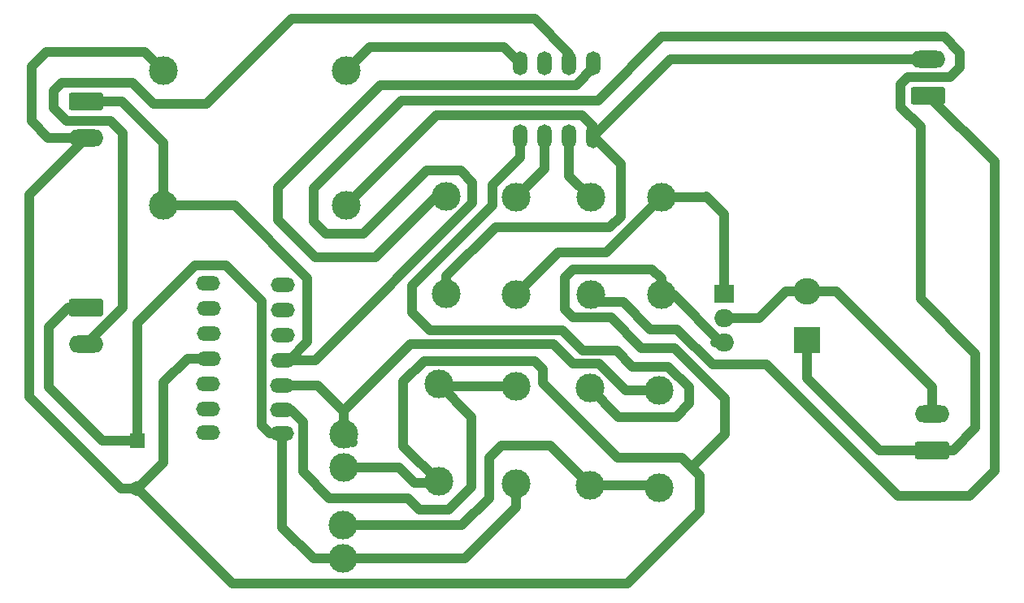
<source format=gbr>
%TF.GenerationSoftware,KiCad,Pcbnew,8.0.5*%
%TF.CreationDate,2024-10-02T16:45:59-03:00*%
%TF.ProjectId,PCB_CM,5043425f-434d-42e6-9b69-6361645f7063,rev?*%
%TF.SameCoordinates,PX3c8eee0PY7a8c120*%
%TF.FileFunction,Copper,L2,Bot*%
%TF.FilePolarity,Positive*%
%FSLAX46Y46*%
G04 Gerber Fmt 4.6, Leading zero omitted, Abs format (unit mm)*
G04 Created by KiCad (PCBNEW 8.0.5) date 2024-10-02 16:45:59*
%MOMM*%
%LPD*%
G01*
G04 APERTURE LIST*
G04 Aperture macros list*
%AMRoundRect*
0 Rectangle with rounded corners*
0 $1 Rounding radius*
0 $2 $3 $4 $5 $6 $7 $8 $9 X,Y pos of 4 corners*
0 Add a 4 corners polygon primitive as box body*
4,1,4,$2,$3,$4,$5,$6,$7,$8,$9,$2,$3,0*
0 Add four circle primitives for the rounded corners*
1,1,$1+$1,$2,$3*
1,1,$1+$1,$4,$5*
1,1,$1+$1,$6,$7*
1,1,$1+$1,$8,$9*
0 Add four rect primitives between the rounded corners*
20,1,$1+$1,$2,$3,$4,$5,0*
20,1,$1+$1,$4,$5,$6,$7,0*
20,1,$1+$1,$6,$7,$8,$9,0*
20,1,$1+$1,$8,$9,$2,$3,0*%
G04 Aperture macros list end*
%TA.AperFunction,ComponentPad*%
%ADD10C,3.000000*%
%TD*%
%TA.AperFunction,ComponentPad*%
%ADD11O,3.600000X1.800000*%
%TD*%
%TA.AperFunction,ComponentPad*%
%ADD12RoundRect,0.250000X1.550000X-0.650000X1.550000X0.650000X-1.550000X0.650000X-1.550000X-0.650000X0*%
%TD*%
%TA.AperFunction,ComponentPad*%
%ADD13R,1.600000X1.600000*%
%TD*%
%TA.AperFunction,ComponentPad*%
%ADD14C,1.600000*%
%TD*%
%TA.AperFunction,ComponentPad*%
%ADD15O,2.500000X1.500000*%
%TD*%
%TA.AperFunction,ComponentPad*%
%ADD16O,1.500000X2.500000*%
%TD*%
%TA.AperFunction,ComponentPad*%
%ADD17R,2.800000X2.800000*%
%TD*%
%TA.AperFunction,ComponentPad*%
%ADD18O,2.800000X2.800000*%
%TD*%
%TA.AperFunction,ComponentPad*%
%ADD19RoundRect,0.250000X-1.550000X0.650000X-1.550000X-0.650000X1.550000X-0.650000X1.550000X0.650000X0*%
%TD*%
%TA.AperFunction,ComponentPad*%
%ADD20R,2.000000X1.905000*%
%TD*%
%TA.AperFunction,ComponentPad*%
%ADD21O,2.000000X1.905000*%
%TD*%
%TA.AperFunction,Conductor*%
%ADD22C,1.000000*%
%TD*%
G04 APERTURE END LIST*
D10*
%TO.P,H1,1,1*%
%TO.N,GND*%
X16500000Y55000000D03*
%TD*%
%TO.P,R4,2*%
%TO.N,Net-(J3-Pin_2)*%
X45960000Y31750000D03*
%TO.P,R4,1*%
%TO.N,Net-(U2-~{RESET}{slash}PB5)*%
X45960000Y41910000D03*
%TD*%
%TO.P,R1,2*%
%TO.N,Net-(J2-Pin_1)*%
X53260000Y11970000D03*
%TO.P,R1,1*%
%TO.N,Net-(U1A--)*%
X53260000Y22130000D03*
%TD*%
D11*
%TO.P,J4,2,Pin_2*%
%TO.N,Net-(D1-A)*%
X96557500Y19230000D03*
D12*
%TO.P,J4,1,Pin_1*%
%TO.N,Net-(D1-K)*%
X96557500Y15420000D03*
%TD*%
D10*
%TO.P,R7,1*%
%TO.N,Net-(J3-Pin_1)*%
X61000000Y31670000D03*
%TO.P,R7,2*%
%TO.N,Net-(U2-PB2)*%
X61000000Y41830000D03*
%TD*%
D13*
%TO.P,C1,1*%
%TO.N,Net-(J2-Pin_1)*%
X13750000Y16402651D03*
D14*
%TO.P,C1,2*%
%TO.N,GND*%
X13750000Y11402651D03*
%TD*%
D15*
%TO.P,U1,1*%
%TO.N,Net-(J2-Pin_1)*%
X28850000Y17157500D03*
%TO.P,U1,2,-*%
%TO.N,Net-(U1A--)*%
X28860000Y19627500D03*
%TO.P,U1,3,+*%
%TO.N,Net-(U1A-+)*%
X28880000Y22197500D03*
%TO.P,U1,4,V+*%
%TO.N,Net-(D1-K)*%
X28920000Y24847500D03*
%TO.P,U1,5*%
%TO.N,N/C*%
X28920000Y27477500D03*
%TO.P,U1,6*%
X28920000Y30107500D03*
%TO.P,U1,7*%
X28890000Y32697500D03*
%TO.P,U1,8*%
X21160000Y32847500D03*
%TO.P,U1,9*%
X21190000Y30257500D03*
%TO.P,U1,10*%
X21190000Y27627500D03*
%TO.P,U1,11,V-*%
%TO.N,GND*%
X21190000Y24997500D03*
%TO.P,U1,12*%
%TO.N,N/C*%
X21150000Y22347500D03*
%TO.P,U1,13*%
X21130000Y19777500D03*
%TO.P,U1,14*%
X21120000Y17307500D03*
%TD*%
D12*
%TO.P,J3,1,Pin_1*%
%TO.N,Net-(J3-Pin_1)*%
X96187500Y52420000D03*
D11*
%TO.P,J3,2,Pin_2*%
%TO.N,Net-(J3-Pin_2)*%
X96187500Y56230000D03*
%TD*%
D10*
%TO.P,H3,1,1*%
%TO.N,Net-(U2-GND)*%
X35500000Y55000000D03*
%TD*%
%TO.P,H4,1,1*%
%TO.N,Net-(J3-Pin_2)*%
X35500000Y41000000D03*
%TD*%
%TO.P,H2,1,1*%
%TO.N,Net-(D1-K)*%
X16500000Y41000000D03*
%TD*%
D16*
%TO.P,U2,1,~{RESET}/PB5*%
%TO.N,Net-(U2-~{RESET}{slash}PB5)*%
X61300000Y55800000D03*
%TO.P,U2,2,XTAL1/PB3*%
%TO.N,Net-(J2-Pin_2)*%
X58760000Y55800000D03*
%TO.P,U2,3,XTAL2/PB4*%
%TO.N,unconnected-(U2-XTAL2{slash}PB4-Pad3)*%
X56220000Y55800000D03*
%TO.P,U2,4,GND*%
%TO.N,Net-(U2-GND)*%
X53680000Y55800000D03*
%TO.P,U2,5,AREF/PB0*%
%TO.N,Net-(U2-AREF{slash}PB0)*%
X53680000Y48180000D03*
%TO.P,U2,6,PB1*%
%TO.N,Net-(U2-PB1)*%
X56220000Y48180000D03*
%TO.P,U2,7,PB2*%
%TO.N,Net-(U2-PB2)*%
X58760000Y48180000D03*
%TO.P,U2,8,VCC*%
%TO.N,Net-(J3-Pin_2)*%
X61300000Y48180000D03*
%TD*%
D17*
%TO.P,D1,1,K*%
%TO.N,Net-(D1-K)*%
X83560000Y26899949D03*
D18*
%TO.P,D1,2,A*%
%TO.N,Net-(D1-A)*%
X83560000Y31979949D03*
%TD*%
D19*
%TO.P,J1,1,Pin_1*%
%TO.N,Net-(D1-K)*%
X8432500Y51850000D03*
D11*
%TO.P,J1,2,Pin_2*%
%TO.N,GND*%
X8432500Y48040000D03*
%TD*%
D10*
%TO.P,R5,2*%
%TO.N,Net-(C3-Pad2)*%
X60950000Y11750000D03*
%TO.P,R5,1*%
%TO.N,Net-(U2-AREF{slash}PB0)*%
X60950000Y21910000D03*
%TD*%
%TO.P,R8,1*%
%TO.N,Net-(Q1-G)*%
X68360000Y41820000D03*
%TO.P,R8,2*%
%TO.N,GND*%
X68360000Y31660000D03*
%TD*%
%TO.P,R6,1*%
%TO.N,Net-(U2-PB1)*%
X53250000Y41830000D03*
%TO.P,R6,2*%
%TO.N,Net-(Q1-G)*%
X53250000Y31670000D03*
%TD*%
%TO.P,C3,1*%
%TO.N,Net-(J2-Pin_1)*%
X35230000Y4150000D03*
%TO.P,C3,2*%
%TO.N,Net-(C3-Pad2)*%
X35230000Y7590000D03*
%TD*%
%TO.P,R2,2*%
%TO.N,Net-(U1A--)*%
X45150000Y22340000D03*
%TO.P,R2,1*%
%TO.N,GND*%
X45150000Y12180000D03*
%TD*%
D20*
%TO.P,Q1,1,G*%
%TO.N,Net-(Q1-G)*%
X74874949Y31790000D03*
D21*
%TO.P,Q1,2,D*%
%TO.N,Net-(D1-A)*%
X74874949Y29250000D03*
%TO.P,Q1,3,S*%
%TO.N,GND*%
X74874949Y26710000D03*
%TD*%
D10*
%TO.P,R3,2*%
%TO.N,Net-(U1A-+)*%
X68090000Y21650000D03*
%TO.P,R3,1*%
%TO.N,Net-(C3-Pad2)*%
X68090000Y11490000D03*
%TD*%
D19*
%TO.P,J2,1,Pin_1*%
%TO.N,Net-(J2-Pin_1)*%
X8432500Y30350000D03*
D11*
%TO.P,J2,2,Pin_2*%
%TO.N,Net-(J2-Pin_2)*%
X8432500Y26540000D03*
%TD*%
D10*
%TO.P,C2,1*%
%TO.N,Net-(U1A-+)*%
X35300000Y17105000D03*
%TO.P,C2,2*%
%TO.N,GND*%
X35300000Y13665000D03*
%TD*%
D22*
%TO.N,Net-(Q1-G)*%
X72960000Y41820000D02*
X73040000Y41900000D01*
X68360000Y41820000D02*
X72960000Y41820000D01*
X62590000Y36050000D02*
X68360000Y41820000D01*
X57630000Y36050000D02*
X62590000Y36050000D01*
X74874949Y40065051D02*
X74874949Y31790000D01*
X73040000Y41900000D02*
X74874949Y40065051D01*
X53250000Y31670000D02*
X57630000Y36050000D01*
%TO.N,GND*%
X74570000Y26710000D02*
X74874949Y26710000D01*
X69620000Y31660000D02*
X74570000Y26710000D01*
X68360000Y31660000D02*
X69620000Y31660000D01*
X73940000Y26710000D02*
X74874949Y26710000D01*
X68360000Y33370000D02*
X68360000Y31660000D01*
X59160000Y34340000D02*
X67390000Y34340000D01*
X67390000Y34340000D02*
X68360000Y33370000D01*
X63090000Y29270000D02*
X59180000Y29270000D01*
X59180000Y29270000D02*
X58290000Y30160000D01*
X69740000Y26110000D02*
X66250000Y26110000D01*
X58290000Y33470000D02*
X59160000Y34340000D01*
X74990000Y17130000D02*
X74990000Y20860000D01*
X58290000Y30160000D02*
X58290000Y33470000D01*
X66250000Y26110000D02*
X63090000Y29270000D01*
X71540000Y13680000D02*
X74990000Y17130000D01*
X74990000Y20860000D02*
X69740000Y26110000D01*
%TO.N,Net-(J3-Pin_1)*%
X61770000Y30900000D02*
X61000000Y31670000D01*
X64380000Y30900000D02*
X61770000Y30900000D01*
X69980000Y28060000D02*
X67220000Y28060000D01*
X79290000Y24360000D02*
X73680000Y24360000D01*
X93010000Y10640000D02*
X79290000Y24360000D01*
X73680000Y24360000D02*
X69980000Y28060000D01*
X100440000Y10640000D02*
X93010000Y10640000D01*
X103080000Y13280000D02*
X100440000Y10640000D01*
X103080000Y45527500D02*
X103080000Y13280000D01*
X67220000Y28060000D02*
X64380000Y30900000D01*
X96187500Y52420000D02*
X103080000Y45527500D01*
%TO.N,GND*%
X41035000Y13665000D02*
X42630000Y12070000D01*
X42630000Y12070000D02*
X45040000Y12070000D01*
X45040000Y12070000D02*
X45150000Y12180000D01*
X35300000Y13665000D02*
X41035000Y13665000D01*
%TO.N,Net-(C3-Pad2)*%
X67830000Y11750000D02*
X68090000Y11490000D01*
X60950000Y11750000D02*
X67830000Y11750000D01*
X61110000Y11590000D02*
X60950000Y11750000D01*
%TO.N,Net-(D1-K)*%
X95350000Y31230000D02*
X101090000Y25490000D01*
X101090000Y17770000D02*
X98740000Y15420000D01*
X95350000Y49190000D02*
X95350000Y31230000D01*
X94050000Y54330000D02*
X93290000Y53570000D01*
X97830000Y58560000D02*
X99460000Y56930000D01*
X68410000Y58560000D02*
X97830000Y58560000D01*
X101090000Y25490000D02*
X101090000Y17770000D01*
X61800000Y51950000D02*
X68410000Y58560000D01*
X41300000Y51950000D02*
X61800000Y51950000D01*
X93290000Y53570000D02*
X93290000Y51250000D01*
X32100000Y39280000D02*
X32100000Y42750000D01*
X43930000Y44590000D02*
X37330000Y37990000D01*
X47430000Y44590000D02*
X43930000Y44590000D01*
X98430000Y54330000D02*
X94050000Y54330000D01*
X37330000Y37990000D02*
X33390000Y37990000D01*
X93290000Y51250000D02*
X95350000Y49190000D01*
X48690000Y43330000D02*
X47430000Y44590000D01*
X99460000Y55360000D02*
X98430000Y54330000D01*
X48690000Y41200000D02*
X48690000Y43330000D01*
X32100000Y42750000D02*
X41300000Y51950000D01*
X32337500Y24847500D02*
X48690000Y41200000D01*
X98740000Y15420000D02*
X96557500Y15420000D01*
X28920000Y24847500D02*
X32337500Y24847500D01*
X33390000Y37990000D02*
X32100000Y39280000D01*
X99460000Y56930000D02*
X99460000Y55360000D01*
%TO.N,GND*%
X41460000Y22610000D02*
X41460000Y15870000D01*
X41460000Y15870000D02*
X45150000Y12180000D01*
X55140000Y24770000D02*
X43620000Y24770000D01*
X56050000Y23860000D02*
X55140000Y24770000D01*
X56050000Y22450000D02*
X56050000Y23860000D01*
X63810000Y14690000D02*
X56050000Y22450000D01*
X43620000Y24770000D02*
X41460000Y22610000D01*
X70530000Y14690000D02*
X63810000Y14690000D01*
X71540000Y13680000D02*
X70530000Y14690000D01*
%TO.N,Net-(U2-AREF{slash}PB0)*%
X60200000Y25830000D02*
X58070000Y27960000D01*
X58070000Y27960000D02*
X44250000Y27960000D01*
X53680000Y46020000D02*
X53680000Y48180000D01*
X50800000Y43140000D02*
X53680000Y46020000D01*
X42370000Y32590000D02*
X50800000Y41020000D01*
X44250000Y27960000D02*
X42370000Y29840000D01*
X42370000Y29840000D02*
X42370000Y32590000D01*
X69070000Y24180000D02*
X65350000Y24180000D01*
X71250000Y20310000D02*
X71250000Y22000000D01*
X71250000Y22000000D02*
X69070000Y24180000D01*
X69870000Y18930000D02*
X71250000Y20310000D01*
X63930000Y18930000D02*
X69870000Y18930000D01*
X50800000Y41020000D02*
X50800000Y43140000D01*
X65350000Y24180000D02*
X63700000Y25830000D01*
X63700000Y25830000D02*
X60200000Y25830000D01*
X60950000Y21910000D02*
X63930000Y18930000D01*
%TO.N,Net-(U1A-+)*%
X61870000Y24460000D02*
X64630000Y21700000D01*
X59130000Y24460000D02*
X61870000Y24460000D01*
X42240000Y26470000D02*
X57120000Y26470000D01*
X35300000Y19530000D02*
X42240000Y26470000D01*
X57120000Y26470000D02*
X59130000Y24460000D01*
X68040000Y21700000D02*
X68090000Y21650000D01*
X35300000Y17105000D02*
X35300000Y19530000D01*
X64630000Y21700000D02*
X68040000Y21700000D01*
%TO.N,GND*%
X72390000Y12830000D02*
X71540000Y13680000D01*
%TO.N,Net-(D1-A)*%
X96557500Y22012500D02*
X96557500Y19230000D01*
X86590051Y31979949D02*
X96557500Y22012500D01*
X83560000Y31979949D02*
X86590051Y31979949D01*
%TO.N,Net-(D1-K)*%
X91100000Y15420000D02*
X96557500Y15420000D01*
X83560000Y22960000D02*
X91100000Y15420000D01*
X83560000Y26899949D02*
X83560000Y22960000D01*
%TO.N,Net-(J3-Pin_2)*%
X64140000Y45340000D02*
X61300000Y48180000D01*
X64140000Y39840000D02*
X64140000Y45340000D01*
X45960000Y33580000D02*
X51080000Y38700000D01*
X51080000Y38700000D02*
X63000000Y38700000D01*
X45960000Y31750000D02*
X45960000Y33580000D01*
X63000000Y38700000D02*
X64140000Y39840000D01*
X60100000Y50390000D02*
X44890000Y50390000D01*
X61300000Y49190000D02*
X60100000Y50390000D01*
X61300000Y48180000D02*
X61300000Y49190000D01*
X44890000Y50390000D02*
X35500000Y41000000D01*
%TO.N,Net-(U2-~{RESET}{slash}PB5)*%
X44920000Y41910000D02*
X45960000Y41910000D01*
X28390000Y39490000D02*
X32290000Y35590000D01*
X28390000Y42880000D02*
X28390000Y39490000D01*
X32290000Y35590000D02*
X38600000Y35590000D01*
X38600000Y35590000D02*
X44920000Y41910000D01*
X39050000Y53540000D02*
X28390000Y42880000D01*
X59500000Y53540000D02*
X39050000Y53540000D01*
X61300000Y55340000D02*
X59500000Y53540000D01*
X61300000Y55800000D02*
X61300000Y55340000D01*
%TO.N,Net-(J3-Pin_2)*%
X96187500Y56230000D02*
X69350000Y56230000D01*
X69350000Y56230000D02*
X61300000Y48180000D01*
%TO.N,Net-(J2-Pin_2)*%
X12250000Y48500000D02*
X12250000Y30357500D01*
X10947056Y49802944D02*
X12250000Y48500000D01*
X6387056Y49802944D02*
X10947056Y49802944D01*
X12250000Y30357500D02*
X8432500Y26540000D01*
X5080000Y51110000D02*
X6387056Y49802944D01*
X5080000Y52930000D02*
X5080000Y51110000D01*
X5900000Y53750000D02*
X5080000Y52930000D01*
X15440000Y51540000D02*
X13230000Y53750000D01*
X20950000Y51540000D02*
X15440000Y51540000D01*
X55170000Y60450000D02*
X29860000Y60450000D01*
X29860000Y60450000D02*
X20950000Y51540000D01*
X13230000Y53750000D02*
X5900000Y53750000D01*
X58760000Y56860000D02*
X55170000Y60450000D01*
X58760000Y55800000D02*
X58760000Y56860000D01*
%TO.N,Net-(J3-Pin_2)*%
X35500000Y41000000D02*
X35080000Y41000000D01*
%TO.N,Net-(U1A--)*%
X29752944Y19627500D02*
X28860000Y19627500D01*
X31000000Y13240000D02*
X31000000Y18380444D01*
X31000000Y18380444D02*
X29752944Y19627500D01*
X33790000Y10450000D02*
X31000000Y13240000D01*
%TO.N,Net-(U1A-+)*%
X35300000Y19450000D02*
X32552500Y22197500D01*
X32552500Y22197500D02*
X28880000Y22197500D01*
X35300000Y17105000D02*
X35300000Y19450000D01*
X36165000Y16240000D02*
X35300000Y17105000D01*
%TO.N,GND*%
X2730000Y49790000D02*
X4480000Y48040000D01*
X2730000Y55480000D02*
X2730000Y49790000D01*
X4250000Y57000000D02*
X2730000Y55480000D01*
X14500000Y57000000D02*
X4250000Y57000000D01*
X16500000Y55000000D02*
X14500000Y57000000D01*
X4480000Y48040000D02*
X8432500Y48040000D01*
%TO.N,Net-(D1-K)*%
X84259949Y26200000D02*
X83560000Y26899949D01*
%TO.N,Net-(D1-A)*%
X81299949Y31979949D02*
X83560000Y31979949D01*
X78570000Y29250000D02*
X81299949Y31979949D01*
X74874949Y29250000D02*
X78570000Y29250000D01*
%TO.N,Net-(J2-Pin_1)*%
X13750000Y16402651D02*
X10097349Y16402651D01*
X23000000Y34750000D02*
X26750000Y31000000D01*
X4500000Y28250000D02*
X6600000Y30350000D01*
X26750000Y31000000D02*
X26750000Y18007500D01*
X32100000Y4150000D02*
X35230000Y4150000D01*
X13750000Y28750000D02*
X19750000Y34750000D01*
X27600000Y17157500D02*
X28850000Y17157500D01*
X8432500Y30350000D02*
X8282500Y30500000D01*
X28850000Y7400000D02*
X32100000Y4150000D01*
X6600000Y30350000D02*
X8432500Y30350000D01*
X26750000Y18007500D02*
X27600000Y17157500D01*
X13750000Y16402651D02*
X13750000Y28750000D01*
X19750000Y34750000D02*
X23000000Y34750000D01*
X10097349Y16402651D02*
X4500000Y22000000D01*
X4500000Y22000000D02*
X4500000Y28250000D01*
X28850000Y17157500D02*
X28850000Y7400000D01*
%TO.N,GND*%
X12097349Y11402651D02*
X13750000Y11402651D01*
X13750000Y11402651D02*
X16500000Y14152651D01*
X2500000Y42107500D02*
X2500000Y21000000D01*
X16500000Y22500000D02*
X18997500Y24997500D01*
X18997500Y24997500D02*
X21190000Y24997500D01*
X2500000Y21000000D02*
X12097349Y11402651D01*
X8432500Y48040000D02*
X2500000Y42107500D01*
X16500000Y14152651D02*
X16500000Y22500000D01*
%TO.N,Net-(C3-Pad2)*%
X35230000Y7590000D02*
X35180000Y7540000D01*
%TO.N,Net-(D1-K)*%
X29597500Y24847500D02*
X28920000Y24847500D01*
X31500000Y33404163D02*
X31500000Y26750000D01*
X16500000Y41000000D02*
X23904163Y41000000D01*
X12150000Y51850000D02*
X16500000Y47500000D01*
X16500000Y47500000D02*
X16500000Y41000000D01*
X23904163Y41000000D02*
X31500000Y33404163D01*
X31500000Y26750000D02*
X29597500Y24847500D01*
X8432500Y51850000D02*
X12150000Y51850000D01*
%TO.N,Net-(D1-A)*%
X75124949Y29000000D02*
X74874949Y29250000D01*
%TO.N,Net-(U2-GND)*%
X51980000Y57500000D02*
X53680000Y55800000D01*
X38000000Y57500000D02*
X51980000Y57500000D01*
X35500000Y55000000D02*
X38000000Y57500000D01*
%TO.N,Net-(U2-PB1)*%
X56220000Y44800000D02*
X53250000Y41830000D01*
X56220000Y48180000D02*
X56220000Y44800000D01*
%TO.N,Net-(U2-PB2)*%
X58760000Y48180000D02*
X58760000Y44070000D01*
X58760000Y44070000D02*
X61000000Y41830000D01*
%TO.N,Net-(U2-~{RESET}{slash}PB5)*%
X61300000Y55090000D02*
X61300000Y55800000D01*
%TO.N,GND*%
X13750000Y11402651D02*
X23652651Y1500000D01*
X23652651Y1500000D02*
X64810000Y1500000D01*
%TO.N,Net-(J2-Pin_1)*%
X47890000Y4150000D02*
X35230000Y4150000D01*
%TO.N,Net-(C3-Pad2)*%
X35230000Y7590000D02*
X47591270Y7590000D01*
%TO.N,Net-(U1A--)*%
X41960000Y10450000D02*
X33790000Y10450000D01*
%TO.N,GND*%
X64810000Y1500000D02*
X72390000Y9080000D01*
X72390000Y9080000D02*
X72390000Y12830000D01*
%TO.N,Net-(U1A--)*%
X43150000Y9260000D02*
X41960000Y10450000D01*
X46180000Y9260000D02*
X43150000Y9260000D01*
X48560000Y11640000D02*
X46180000Y9260000D01*
X48560000Y18930000D02*
X48560000Y11640000D01*
%TO.N,Net-(C3-Pad2)*%
X50400000Y10398730D02*
X50400000Y14620000D01*
X56790000Y15910000D02*
X60950000Y11750000D01*
%TO.N,Net-(U1A--)*%
X45150000Y22340000D02*
X48560000Y18930000D01*
%TO.N,Net-(C3-Pad2)*%
X51690000Y15910000D02*
X56790000Y15910000D01*
X50400000Y14620000D02*
X51690000Y15910000D01*
X47591270Y7590000D02*
X50400000Y10398730D01*
%TO.N,Net-(J2-Pin_1)*%
X53260000Y11970000D02*
X53260000Y9520000D01*
%TO.N,Net-(U1A--)*%
X53260000Y22130000D02*
X45360000Y22130000D01*
X45360000Y22130000D02*
X45150000Y22340000D01*
%TO.N,Net-(J2-Pin_1)*%
X53260000Y9520000D02*
X47890000Y4150000D01*
%TD*%
M02*

</source>
